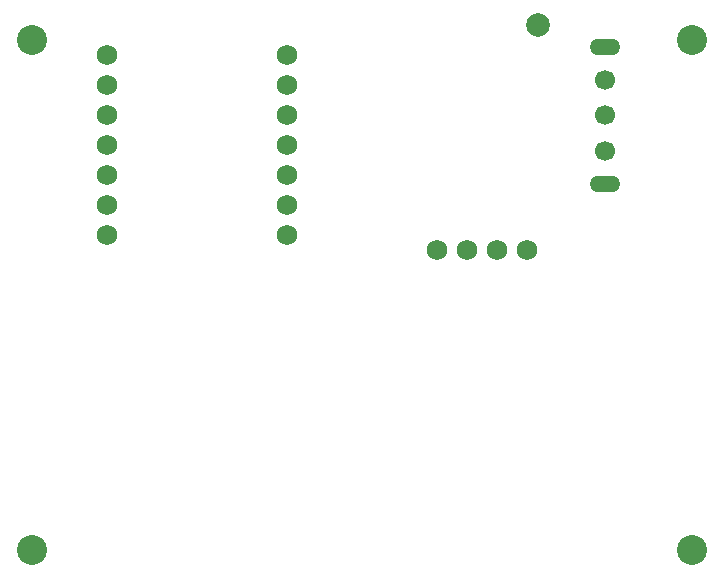
<source format=gbr>
%TF.GenerationSoftware,KiCad,Pcbnew,7.0.8*%
%TF.CreationDate,2023-11-01T10:58:09-04:00*%
%TF.ProjectId,destinationWeatherStation_r4-5,64657374-696e-4617-9469-6f6e57656174,4.5*%
%TF.SameCoordinates,Original*%
%TF.FileFunction,Soldermask,Bot*%
%TF.FilePolarity,Negative*%
%FSLAX46Y46*%
G04 Gerber Fmt 4.6, Leading zero omitted, Abs format (unit mm)*
G04 Created by KiCad (PCBNEW 7.0.8) date 2023-11-01 10:58:09*
%MOMM*%
%LPD*%
G01*
G04 APERTURE LIST*
%ADD10C,2.540000*%
%ADD11O,2.600000X1.350000*%
%ADD12C,1.700000*%
%ADD13C,2.000000*%
%ADD14C,1.750000*%
G04 APERTURE END LIST*
D10*
%TO.C,H4*%
X172720000Y-118110000D03*
%TD*%
D11*
%TO.C,SW1*%
X165354000Y-87080000D03*
X165354000Y-75480000D03*
D12*
X165354000Y-84280000D03*
X165354000Y-81280000D03*
X165354000Y-78280000D03*
%TD*%
D10*
%TO.C,H1*%
X116840000Y-74930000D03*
%TD*%
%TO.C,H3*%
X116840000Y-118110000D03*
%TD*%
D13*
%TO.C,TP3*%
X159639000Y-73660000D03*
%TD*%
D14*
%TO.C,U1*%
X123190000Y-76200000D03*
X123190000Y-78740000D03*
X123190000Y-81280000D03*
X123190000Y-83820000D03*
X123190000Y-86360000D03*
X123190000Y-88900000D03*
X123190000Y-91440000D03*
X138430000Y-91440000D03*
X138430000Y-88900000D03*
X138430000Y-86360000D03*
X138430000Y-83820000D03*
X138430000Y-81280000D03*
X138430000Y-78740000D03*
X138430000Y-76200000D03*
%TD*%
%TO.C,U3*%
X151130000Y-92710000D03*
X153670000Y-92710000D03*
X156210000Y-92710000D03*
X158750000Y-92710000D03*
%TD*%
D10*
%TO.C,H2*%
X172720000Y-74930000D03*
%TD*%
M02*

</source>
